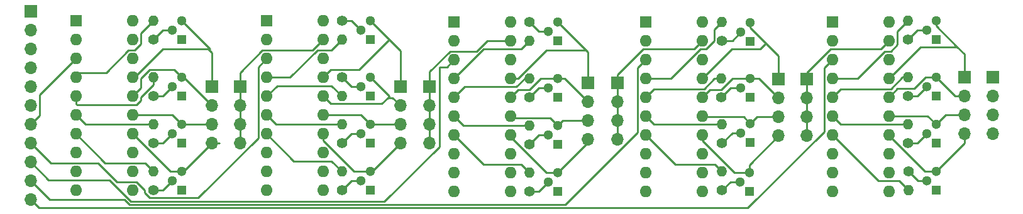
<source format=gbr>
%TF.GenerationSoftware,KiCad,Pcbnew,5.1.7-a382d34a8~87~ubuntu18.04.1*%
%TF.CreationDate,2020-11-02T19:01:26+01:00*%
%TF.ProjectId,controlled_generator_schematics,636f6e74-726f-46c6-9c65-645f67656e65,rev?*%
%TF.SameCoordinates,Original*%
%TF.FileFunction,Copper,L1,Top*%
%TF.FilePolarity,Positive*%
%FSLAX46Y46*%
G04 Gerber Fmt 4.6, Leading zero omitted, Abs format (unit mm)*
G04 Created by KiCad (PCBNEW 5.1.7-a382d34a8~87~ubuntu18.04.1) date 2020-11-02 19:01:26*
%MOMM*%
%LPD*%
G01*
G04 APERTURE LIST*
%TA.AperFunction,ComponentPad*%
%ADD10O,1.600000X1.600000*%
%TD*%
%TA.AperFunction,ComponentPad*%
%ADD11R,1.600000X1.600000*%
%TD*%
%TA.AperFunction,ComponentPad*%
%ADD12O,1.700000X1.700000*%
%TD*%
%TA.AperFunction,ComponentPad*%
%ADD13R,1.700000X1.700000*%
%TD*%
%TA.AperFunction,ComponentPad*%
%ADD14R,1.300000X1.300000*%
%TD*%
%TA.AperFunction,ComponentPad*%
%ADD15C,1.300000*%
%TD*%
%TA.AperFunction,ComponentPad*%
%ADD16O,1.400000X1.400000*%
%TD*%
%TA.AperFunction,ComponentPad*%
%ADD17C,1.400000*%
%TD*%
%TA.AperFunction,Conductor*%
%ADD18C,0.250000*%
%TD*%
G04 APERTURE END LIST*
D10*
%TO.P,U3,20*%
%TO.N,GND*%
X339768001Y-340442001D03*
%TO.P,U3,10*%
X332148001Y-363302001D03*
%TO.P,U3,19*%
X339768001Y-342982001D03*
%TO.P,U3,9*%
%TO.N,DISABLE*%
X332148001Y-360762001D03*
%TO.P,U3,18*%
%TO.N,Net-(U3-Pad18)*%
X339768001Y-345522001D03*
%TO.P,U3,8*%
%TO.N,Net-(U3-Pad8)*%
X332148001Y-358222001D03*
%TO.P,U3,17*%
%TO.N,HB31*%
X339768001Y-348062001D03*
%TO.P,U3,7*%
%TO.N,DRAIN34*%
X332148001Y-355682001D03*
%TO.P,U3,16*%
%TO.N,HB32*%
X339768001Y-350602001D03*
%TO.P,U3,6*%
%TO.N,DRAIN33*%
X332148001Y-353142001D03*
%TO.P,U3,15*%
%TO.N,HB33*%
X339768001Y-353142001D03*
%TO.P,U3,5*%
%TO.N,DRAIN32*%
X332148001Y-350602001D03*
%TO.P,U3,14*%
%TO.N,HB34*%
X339768001Y-355682001D03*
%TO.P,U3,4*%
%TO.N,DRAIN31*%
X332148001Y-348062001D03*
%TO.P,U3,13*%
%TO.N,CLOCK*%
X339768001Y-358222001D03*
%TO.P,U3,3*%
%TO.N,DATA3*%
X332148001Y-345522001D03*
%TO.P,U3,12*%
%TO.N,LATCH*%
X339768001Y-360762001D03*
%TO.P,U3,2*%
%TO.N,+5V*%
X332148001Y-342982001D03*
%TO.P,U3,11*%
%TO.N,GND*%
X339768001Y-363302001D03*
D11*
%TO.P,U3,1*%
X332148001Y-340442001D03*
%TD*%
D12*
%TO.P,J6,4*%
%TO.N,GND*%
X303319001Y-356825001D03*
%TO.P,J6,3*%
X303319001Y-354285001D03*
%TO.P,J6,2*%
X303319001Y-351745001D03*
D13*
%TO.P,J6,1*%
X303319001Y-349205001D03*
%TD*%
D14*
%TO.P,Q9,1*%
%TO.N,+24V*%
X320845001Y-342855001D03*
D15*
%TO.P,Q9,3*%
%TO.N,HB21*%
X320845001Y-340315001D03*
%TO.P,Q9,2*%
%TO.N,Net-(Q9-Pad2)*%
X319575001Y-341585001D03*
%TD*%
D12*
%TO.P,J10,4*%
%TO.N,GND*%
X404665001Y-355555001D03*
%TO.P,J10,3*%
X404665001Y-353015001D03*
%TO.P,J10,2*%
X404665001Y-350475001D03*
D13*
%TO.P,J10,1*%
X404665001Y-347935001D03*
%TD*%
D12*
%TO.P,J9,4*%
%TO.N,GND*%
X379646001Y-355809001D03*
%TO.P,J9,3*%
X379646001Y-353269001D03*
%TO.P,J9,2*%
X379646001Y-350729001D03*
D13*
%TO.P,J9,1*%
X379646001Y-348189001D03*
%TD*%
D12*
%TO.P,J8,4*%
%TO.N,GND*%
X354119001Y-356317001D03*
%TO.P,J8,3*%
X354119001Y-353777001D03*
%TO.P,J8,2*%
X354119001Y-351237001D03*
D13*
%TO.P,J8,1*%
X354119001Y-348697001D03*
%TD*%
D12*
%TO.P,J7,4*%
%TO.N,GND*%
X328846001Y-356825001D03*
%TO.P,J7,3*%
X328846001Y-354285001D03*
%TO.P,J7,2*%
X328846001Y-351745001D03*
D13*
%TO.P,J7,1*%
X328846001Y-349205001D03*
%TD*%
D10*
%TO.P,U1,20*%
%TO.N,GND*%
X288830002Y-340315001D03*
%TO.P,U1,10*%
X281210002Y-363175001D03*
%TO.P,U1,19*%
X288830002Y-342855001D03*
%TO.P,U1,9*%
%TO.N,DISABLE*%
X281210002Y-360635001D03*
%TO.P,U1,18*%
%TO.N,Net-(U1-Pad18)*%
X288830002Y-345395001D03*
%TO.P,U1,8*%
%TO.N,Net-(U1-Pad8)*%
X281210002Y-358095001D03*
%TO.P,U1,17*%
%TO.N,HB1*%
X288830002Y-347935001D03*
%TO.P,U1,7*%
%TO.N,DRAIN4*%
X281210002Y-355555001D03*
%TO.P,U1,16*%
%TO.N,HB2*%
X288830002Y-350475001D03*
%TO.P,U1,6*%
%TO.N,DRAIN3*%
X281210002Y-353015001D03*
%TO.P,U1,15*%
%TO.N,HB3*%
X288830002Y-353015001D03*
%TO.P,U1,5*%
%TO.N,DRAIN2*%
X281210002Y-350475001D03*
%TO.P,U1,14*%
%TO.N,HB4*%
X288830002Y-355555001D03*
%TO.P,U1,4*%
%TO.N,DRAIN1*%
X281210002Y-347935001D03*
%TO.P,U1,13*%
%TO.N,CLOCK*%
X288830002Y-358095001D03*
%TO.P,U1,3*%
%TO.N,DATA1*%
X281210002Y-345395001D03*
%TO.P,U1,12*%
%TO.N,LATCH*%
X288830002Y-360635001D03*
%TO.P,U1,2*%
%TO.N,+5V*%
X281210002Y-342855001D03*
%TO.P,U1,11*%
%TO.N,GND*%
X288830002Y-363175001D03*
D11*
%TO.P,U1,1*%
X281210002Y-340315001D03*
%TD*%
D12*
%TO.P,J5,4*%
%TO.N,HB54*%
X400855001Y-355555001D03*
%TO.P,J5,3*%
%TO.N,HB53*%
X400855001Y-353015001D03*
%TO.P,J5,2*%
%TO.N,HB52*%
X400855001Y-350475001D03*
D13*
%TO.P,J5,1*%
%TO.N,HB51*%
X400855001Y-347935001D03*
%TD*%
D10*
%TO.P,U5,20*%
%TO.N,GND*%
X390695001Y-340442001D03*
%TO.P,U5,10*%
X383075001Y-363302001D03*
%TO.P,U5,19*%
X390695001Y-342982001D03*
%TO.P,U5,9*%
%TO.N,DISABLE*%
X383075001Y-360762001D03*
%TO.P,U5,18*%
%TO.N,Net-(U5-Pad18)*%
X390695001Y-345522001D03*
%TO.P,U5,8*%
%TO.N,Net-(U5-Pad8)*%
X383075001Y-358222001D03*
%TO.P,U5,17*%
%TO.N,HB51*%
X390695001Y-348062001D03*
%TO.P,U5,7*%
%TO.N,DRAIN54*%
X383075001Y-355682001D03*
%TO.P,U5,16*%
%TO.N,HB52*%
X390695001Y-350602001D03*
%TO.P,U5,6*%
%TO.N,DRAIN53*%
X383075001Y-353142001D03*
%TO.P,U5,15*%
%TO.N,HB53*%
X390695001Y-353142001D03*
%TO.P,U5,5*%
%TO.N,DRAIN52*%
X383075001Y-350602001D03*
%TO.P,U5,14*%
%TO.N,HB54*%
X390695001Y-355682001D03*
%TO.P,U5,4*%
%TO.N,DRAIN51*%
X383075001Y-348062001D03*
%TO.P,U5,13*%
%TO.N,CLOCK*%
X390695001Y-358222001D03*
%TO.P,U5,3*%
%TO.N,DATA5*%
X383075001Y-345522001D03*
%TO.P,U5,12*%
%TO.N,LATCH*%
X390695001Y-360762001D03*
%TO.P,U5,2*%
%TO.N,+5V*%
X383075001Y-342982001D03*
%TO.P,U5,11*%
%TO.N,GND*%
X390695001Y-363302001D03*
D11*
%TO.P,U5,1*%
X383075001Y-340442001D03*
%TD*%
D10*
%TO.P,U2,20*%
%TO.N,GND*%
X314495001Y-340315001D03*
%TO.P,U2,10*%
X306875001Y-363175001D03*
%TO.P,U2,19*%
X314495001Y-342855001D03*
%TO.P,U2,9*%
%TO.N,DISABLE*%
X306875001Y-360635001D03*
%TO.P,U2,18*%
%TO.N,Net-(U2-Pad18)*%
X314495001Y-345395001D03*
%TO.P,U2,8*%
%TO.N,Net-(U2-Pad8)*%
X306875001Y-358095001D03*
%TO.P,U2,17*%
%TO.N,HB21*%
X314495001Y-347935001D03*
%TO.P,U2,7*%
%TO.N,DRAIN24*%
X306875001Y-355555001D03*
%TO.P,U2,16*%
%TO.N,HB22*%
X314495001Y-350475001D03*
%TO.P,U2,6*%
%TO.N,DRAIN23*%
X306875001Y-353015001D03*
%TO.P,U2,15*%
%TO.N,HB23*%
X314495001Y-353015001D03*
%TO.P,U2,5*%
%TO.N,DRAIN22*%
X306875001Y-350475001D03*
%TO.P,U2,14*%
%TO.N,HB24*%
X314495001Y-355555001D03*
%TO.P,U2,4*%
%TO.N,DRAIN21*%
X306875001Y-347935001D03*
%TO.P,U2,13*%
%TO.N,CLOCK*%
X314495001Y-358095001D03*
%TO.P,U2,3*%
%TO.N,DATA2*%
X306875001Y-345395001D03*
%TO.P,U2,12*%
%TO.N,LATCH*%
X314495001Y-360635001D03*
%TO.P,U2,2*%
%TO.N,+5V*%
X306875001Y-342855001D03*
%TO.P,U2,11*%
%TO.N,GND*%
X314495001Y-363175001D03*
D11*
%TO.P,U2,1*%
X306875001Y-340315001D03*
%TD*%
D10*
%TO.P,U4,20*%
%TO.N,GND*%
X365549001Y-340442001D03*
%TO.P,U4,10*%
X357929001Y-363302001D03*
%TO.P,U4,19*%
X365549001Y-342982001D03*
%TO.P,U4,9*%
%TO.N,DISABLE*%
X357929001Y-360762001D03*
%TO.P,U4,18*%
%TO.N,Net-(U4-Pad18)*%
X365549001Y-345522001D03*
%TO.P,U4,8*%
%TO.N,Net-(U4-Pad8)*%
X357929001Y-358222001D03*
%TO.P,U4,17*%
%TO.N,HB41*%
X365549001Y-348062001D03*
%TO.P,U4,7*%
%TO.N,DRAIN44*%
X357929001Y-355682001D03*
%TO.P,U4,16*%
%TO.N,HB42*%
X365549001Y-350602001D03*
%TO.P,U4,6*%
%TO.N,DRAIN43*%
X357929001Y-353142001D03*
%TO.P,U4,15*%
%TO.N,HB43*%
X365549001Y-353142001D03*
%TO.P,U4,5*%
%TO.N,DRAIN42*%
X357929001Y-350602001D03*
%TO.P,U4,14*%
%TO.N,HB44*%
X365549001Y-355682001D03*
%TO.P,U4,4*%
%TO.N,DRAIN41*%
X357929001Y-348062001D03*
%TO.P,U4,13*%
%TO.N,CLOCK*%
X365549001Y-358222001D03*
%TO.P,U4,3*%
%TO.N,DATA4*%
X357929001Y-345522001D03*
%TO.P,U4,12*%
%TO.N,LATCH*%
X365549001Y-360762001D03*
%TO.P,U4,2*%
%TO.N,+5V*%
X357929001Y-342982001D03*
%TO.P,U4,11*%
%TO.N,GND*%
X365549001Y-363302001D03*
D11*
%TO.P,U4,1*%
X357929001Y-340442001D03*
%TD*%
D16*
%TO.P,R20,2*%
%TO.N,DRAIN34*%
X342308001Y-360762001D03*
D17*
%TO.P,R20,1*%
%TO.N,Net-(Q20-Pad2)*%
X342308001Y-363302001D03*
%TD*%
D16*
%TO.P,R19,2*%
%TO.N,DRAIN33*%
X342308001Y-354412001D03*
D17*
%TO.P,R19,1*%
%TO.N,Net-(Q19-Pad2)*%
X342308001Y-356952001D03*
%TD*%
D16*
%TO.P,R18,2*%
%TO.N,DRAIN32*%
X342308001Y-348062001D03*
D17*
%TO.P,R18,1*%
%TO.N,Net-(Q18-Pad2)*%
X342308001Y-350602001D03*
%TD*%
D16*
%TO.P,R17,2*%
%TO.N,DRAIN31*%
X342308001Y-342982001D03*
D17*
%TO.P,R17,1*%
%TO.N,Net-(Q17-Pad2)*%
X342308001Y-340442001D03*
%TD*%
D16*
%TO.P,R16,2*%
%TO.N,DRAIN54*%
X393362001Y-363175001D03*
D17*
%TO.P,R16,1*%
%TO.N,Net-(Q16-Pad2)*%
X393362001Y-360635001D03*
%TD*%
D16*
%TO.P,R15,2*%
%TO.N,DRAIN53*%
X393235001Y-354285001D03*
D17*
%TO.P,R15,1*%
%TO.N,Net-(Q15-Pad2)*%
X393235001Y-356825001D03*
%TD*%
%TO.P,R14,1*%
%TO.N,Net-(Q14-Pad2)*%
X393235001Y-350475001D03*
D16*
%TO.P,R14,2*%
%TO.N,DRAIN52*%
X393235001Y-347935001D03*
%TD*%
%TO.P,R13,2*%
%TO.N,DRAIN51*%
X393235001Y-340315001D03*
D17*
%TO.P,R13,1*%
%TO.N,Net-(Q13-Pad2)*%
X393235001Y-342855001D03*
%TD*%
D16*
%TO.P,R12,2*%
%TO.N,DRAIN24*%
X317035001Y-360635001D03*
D17*
%TO.P,R12,1*%
%TO.N,Net-(Q12-Pad2)*%
X317035001Y-363175001D03*
%TD*%
D16*
%TO.P,R11,2*%
%TO.N,DRAIN23*%
X317035001Y-354285001D03*
D17*
%TO.P,R11,1*%
%TO.N,Net-(Q11-Pad2)*%
X317035001Y-356825001D03*
%TD*%
D16*
%TO.P,R10,2*%
%TO.N,DRAIN22*%
X317035001Y-350475001D03*
D17*
%TO.P,R10,1*%
%TO.N,Net-(Q10-Pad2)*%
X317035001Y-347935001D03*
%TD*%
D16*
%TO.P,R9,2*%
%TO.N,DRAIN21*%
X317035001Y-342855001D03*
D17*
%TO.P,R9,1*%
%TO.N,Net-(Q9-Pad2)*%
X317035001Y-340315001D03*
%TD*%
D16*
%TO.P,R8,2*%
%TO.N,DRAIN44*%
X368216001Y-360635001D03*
D17*
%TO.P,R8,1*%
%TO.N,Net-(Q8-Pad2)*%
X368216001Y-363175001D03*
%TD*%
D16*
%TO.P,R7,2*%
%TO.N,DRAIN43*%
X368216001Y-354285001D03*
D17*
%TO.P,R7,1*%
%TO.N,Net-(Q7-Pad2)*%
X368216001Y-356825001D03*
%TD*%
D16*
%TO.P,R6,2*%
%TO.N,DRAIN42*%
X368089001Y-348062001D03*
D17*
%TO.P,R6,1*%
%TO.N,Net-(Q6-Pad2)*%
X368089001Y-350602001D03*
%TD*%
D16*
%TO.P,R5,2*%
%TO.N,DRAIN41*%
X368216001Y-340442001D03*
D17*
%TO.P,R5,1*%
%TO.N,Net-(Q5-Pad2)*%
X368216001Y-342982001D03*
%TD*%
D14*
%TO.P,Q20,1*%
%TO.N,+24V*%
X346118001Y-363302001D03*
D15*
%TO.P,Q20,3*%
%TO.N,HB34*%
X346118001Y-360762001D03*
%TO.P,Q20,2*%
%TO.N,Net-(Q20-Pad2)*%
X344848001Y-362032001D03*
%TD*%
D14*
%TO.P,Q19,1*%
%TO.N,+24V*%
X346118001Y-356952001D03*
D15*
%TO.P,Q19,3*%
%TO.N,HB33*%
X346118001Y-354412001D03*
%TO.P,Q19,2*%
%TO.N,Net-(Q19-Pad2)*%
X344848001Y-355682001D03*
%TD*%
D14*
%TO.P,Q18,1*%
%TO.N,+24V*%
X346118001Y-350602001D03*
D15*
%TO.P,Q18,3*%
%TO.N,HB32*%
X346118001Y-348062001D03*
%TO.P,Q18,2*%
%TO.N,Net-(Q18-Pad2)*%
X344848001Y-349332001D03*
%TD*%
D14*
%TO.P,Q17,1*%
%TO.N,+24V*%
X346118001Y-342982001D03*
D15*
%TO.P,Q17,3*%
%TO.N,HB31*%
X346118001Y-340442001D03*
%TO.P,Q17,2*%
%TO.N,Net-(Q17-Pad2)*%
X344848001Y-341712001D03*
%TD*%
D14*
%TO.P,Q16,1*%
%TO.N,+24V*%
X397045001Y-363175001D03*
D15*
%TO.P,Q16,3*%
%TO.N,HB54*%
X397045001Y-360635001D03*
%TO.P,Q16,2*%
%TO.N,Net-(Q16-Pad2)*%
X395775001Y-361905001D03*
%TD*%
D14*
%TO.P,Q15,1*%
%TO.N,+24V*%
X397045001Y-356825001D03*
D15*
%TO.P,Q15,3*%
%TO.N,HB53*%
X397045001Y-354285001D03*
%TO.P,Q15,2*%
%TO.N,Net-(Q15-Pad2)*%
X395775001Y-355555001D03*
%TD*%
D14*
%TO.P,Q14,1*%
%TO.N,+24V*%
X397045001Y-350475001D03*
D15*
%TO.P,Q14,3*%
%TO.N,HB52*%
X397045001Y-347935001D03*
%TO.P,Q14,2*%
%TO.N,Net-(Q14-Pad2)*%
X395775001Y-349205001D03*
%TD*%
D14*
%TO.P,Q13,1*%
%TO.N,+24V*%
X397045001Y-342855001D03*
D15*
%TO.P,Q13,3*%
%TO.N,HB51*%
X397045001Y-340315001D03*
%TO.P,Q13,2*%
%TO.N,Net-(Q13-Pad2)*%
X395775001Y-341585001D03*
%TD*%
D14*
%TO.P,Q12,1*%
%TO.N,+24V*%
X320845001Y-363175001D03*
D15*
%TO.P,Q12,3*%
%TO.N,HB24*%
X320845001Y-360635001D03*
%TO.P,Q12,2*%
%TO.N,Net-(Q12-Pad2)*%
X319575001Y-361905001D03*
%TD*%
D14*
%TO.P,Q11,1*%
%TO.N,+24V*%
X320845001Y-356825001D03*
D15*
%TO.P,Q11,3*%
%TO.N,HB23*%
X320845001Y-354285001D03*
%TO.P,Q11,2*%
%TO.N,Net-(Q11-Pad2)*%
X319575001Y-355555001D03*
%TD*%
D14*
%TO.P,Q10,1*%
%TO.N,+24V*%
X320845001Y-350475001D03*
D15*
%TO.P,Q10,3*%
%TO.N,HB22*%
X320845001Y-347935001D03*
%TO.P,Q10,2*%
%TO.N,Net-(Q10-Pad2)*%
X319575001Y-349205001D03*
%TD*%
D14*
%TO.P,Q8,1*%
%TO.N,+24V*%
X371899001Y-363302001D03*
D15*
%TO.P,Q8,3*%
%TO.N,HB44*%
X371899001Y-360762001D03*
%TO.P,Q8,2*%
%TO.N,Net-(Q8-Pad2)*%
X370629001Y-362032001D03*
%TD*%
D14*
%TO.P,Q7,1*%
%TO.N,+24V*%
X372026001Y-356698001D03*
D15*
%TO.P,Q7,3*%
%TO.N,HB43*%
X372026001Y-354158001D03*
%TO.P,Q7,2*%
%TO.N,Net-(Q7-Pad2)*%
X370756001Y-355428001D03*
%TD*%
D14*
%TO.P,Q6,1*%
%TO.N,+24V*%
X372026001Y-350602001D03*
D15*
%TO.P,Q6,3*%
%TO.N,HB42*%
X372026001Y-348062001D03*
%TO.P,Q6,2*%
%TO.N,Net-(Q6-Pad2)*%
X370756001Y-349332001D03*
%TD*%
D14*
%TO.P,Q5,1*%
%TO.N,+24V*%
X372026001Y-343109001D03*
D15*
%TO.P,Q5,3*%
%TO.N,HB41*%
X372026001Y-340569001D03*
%TO.P,Q5,2*%
%TO.N,Net-(Q5-Pad2)*%
X370756001Y-341839001D03*
%TD*%
D12*
%TO.P,J3,4*%
%TO.N,HB34*%
X350182001Y-356317001D03*
%TO.P,J3,3*%
%TO.N,HB33*%
X350182001Y-353777001D03*
%TO.P,J3,2*%
%TO.N,HB32*%
X350182001Y-351237001D03*
D13*
%TO.P,J3,1*%
%TO.N,HB31*%
X350182001Y-348697001D03*
%TD*%
D12*
%TO.P,J2,4*%
%TO.N,HB24*%
X324909001Y-356825001D03*
%TO.P,J2,3*%
%TO.N,HB23*%
X324909001Y-354285001D03*
%TO.P,J2,2*%
%TO.N,HB22*%
X324909001Y-351745001D03*
D13*
%TO.P,J2,1*%
%TO.N,HB21*%
X324909001Y-349205001D03*
%TD*%
D12*
%TO.P,J4,4*%
%TO.N,HB44*%
X375836001Y-355809001D03*
%TO.P,J4,3*%
%TO.N,HB43*%
X375836001Y-353269001D03*
%TO.P,J4,2*%
%TO.N,HB42*%
X375836001Y-350729001D03*
D13*
%TO.P,J4,1*%
%TO.N,HB41*%
X375836001Y-348189001D03*
%TD*%
D16*
%TO.P,R4,2*%
%TO.N,DRAIN4*%
X291635001Y-360635001D03*
D17*
%TO.P,R4,1*%
%TO.N,Net-(Q4-Pad2)*%
X291635001Y-363175001D03*
%TD*%
D16*
%TO.P,R3,2*%
%TO.N,DRAIN3*%
X291635001Y-354285001D03*
D17*
%TO.P,R3,1*%
%TO.N,Net-(Q3-Pad2)*%
X291635001Y-356825001D03*
%TD*%
D16*
%TO.P,R2,2*%
%TO.N,DRAIN2*%
X291635001Y-347935001D03*
D17*
%TO.P,R2,1*%
%TO.N,Net-(Q2-Pad2)*%
X291635001Y-350475001D03*
%TD*%
D16*
%TO.P,R1,2*%
%TO.N,DRAIN1*%
X291635001Y-340315001D03*
D17*
%TO.P,R1,1*%
%TO.N,Net-(Q1-Pad2)*%
X291635001Y-342855001D03*
%TD*%
D14*
%TO.P,Q4,1*%
%TO.N,+24V*%
X295445001Y-363175001D03*
D15*
%TO.P,Q4,3*%
%TO.N,HB4*%
X295445001Y-360635001D03*
%TO.P,Q4,2*%
%TO.N,Net-(Q4-Pad2)*%
X294175001Y-361905001D03*
%TD*%
D14*
%TO.P,Q3,1*%
%TO.N,+24V*%
X295445001Y-356825001D03*
D15*
%TO.P,Q3,3*%
%TO.N,HB3*%
X295445001Y-354285001D03*
%TO.P,Q3,2*%
%TO.N,Net-(Q3-Pad2)*%
X294175001Y-355555001D03*
%TD*%
D14*
%TO.P,Q2,1*%
%TO.N,+24V*%
X295445001Y-350475001D03*
D15*
%TO.P,Q2,3*%
%TO.N,HB2*%
X295445001Y-347935001D03*
%TO.P,Q2,2*%
%TO.N,Net-(Q2-Pad2)*%
X294175001Y-349205001D03*
%TD*%
D14*
%TO.P,Q1,1*%
%TO.N,+24V*%
X295445001Y-342855001D03*
D15*
%TO.P,Q1,3*%
%TO.N,HB1*%
X295445001Y-340315001D03*
%TO.P,Q1,2*%
%TO.N,Net-(Q1-Pad2)*%
X294175001Y-341585001D03*
%TD*%
D12*
%TO.P,J1,4*%
%TO.N,HB4*%
X299509001Y-356825001D03*
%TO.P,J1,3*%
%TO.N,HB3*%
X299509001Y-354285001D03*
%TO.P,J1,2*%
%TO.N,HB2*%
X299509001Y-351745001D03*
D13*
%TO.P,J1,1*%
%TO.N,HB1*%
X299509001Y-349205001D03*
%TD*%
D12*
%TO.P,J0,11*%
%TO.N,DATA5*%
X275125001Y-364445001D03*
%TO.P,J0,10*%
%TO.N,DATA4*%
X275125001Y-361905001D03*
%TO.P,J0,9*%
%TO.N,DATA3*%
X275125001Y-359365001D03*
%TO.P,J0,8*%
%TO.N,DATA2*%
X275125001Y-356825001D03*
%TO.P,J0,7*%
%TO.N,DATA1*%
X275125001Y-354285001D03*
%TO.P,J0,6*%
%TO.N,DISABLE*%
X275125001Y-351745001D03*
%TO.P,J0,5*%
%TO.N,LATCH*%
X275125001Y-349205001D03*
%TO.P,J0,4*%
%TO.N,CLOCK*%
X275125001Y-346665001D03*
%TO.P,J0,3*%
%TO.N,+24V*%
X275125001Y-344125001D03*
%TO.P,J0,2*%
%TO.N,GND*%
X275125001Y-341585001D03*
D13*
%TO.P,J0,1*%
%TO.N,+5V*%
X275125001Y-339045001D03*
%TD*%
D18*
%TO.N,GND*%
X379646001Y-355809001D02*
X379646001Y-347285999D01*
X379646001Y-347285999D02*
X382824998Y-344107002D01*
X382824998Y-344107002D02*
X389570000Y-344107002D01*
X389570000Y-344107002D02*
X390695001Y-342982001D01*
X306335000Y-344270000D02*
X313080002Y-344270000D01*
X303319001Y-347285999D02*
X306335000Y-344270000D01*
X303319001Y-349205001D02*
X303319001Y-347285999D01*
X303319001Y-356825001D02*
X303319001Y-349205001D01*
X313080002Y-344270000D02*
X314495001Y-342855001D01*
X328846001Y-347158999D02*
X331608000Y-344397000D01*
X328846001Y-349205001D02*
X328846001Y-347158999D01*
X328846001Y-349205001D02*
X328846001Y-356825001D01*
X331608000Y-344397000D02*
X335176592Y-344397000D01*
X335176592Y-344397000D02*
X336591591Y-342982001D01*
X336591591Y-342982001D02*
X339768001Y-342982001D01*
X357609000Y-344107002D02*
X364424000Y-344107002D01*
X354119001Y-347597001D02*
X357609000Y-344107002D01*
X354119001Y-348697001D02*
X354119001Y-347597001D01*
X354119001Y-356317001D02*
X354119001Y-348697001D01*
X364424000Y-344107002D02*
X365549001Y-342982001D01*
X354119001Y-356190001D02*
X353992001Y-356190001D01*
X354119001Y-356190001D02*
X354119001Y-353650001D01*
%TO.N,DATA5*%
X275125001Y-364445001D02*
X276230027Y-365550027D01*
X276230027Y-365550027D02*
X371643977Y-365550027D01*
X371643977Y-365550027D02*
X381950000Y-355244004D01*
X381950000Y-355244004D02*
X381950000Y-346647002D01*
X381950000Y-346647002D02*
X383075001Y-345522001D01*
%TO.N,DATA4*%
X344975001Y-365080001D02*
X347095003Y-365080001D01*
X356804000Y-355371004D02*
X356804000Y-346647002D01*
X356804000Y-346647002D02*
X357929001Y-345522001D01*
X347095003Y-365080001D02*
X356804000Y-355371004D01*
X344954980Y-365100022D02*
X344975001Y-365080001D01*
X277665001Y-364445001D02*
X287798590Y-364445001D01*
X287798590Y-364445001D02*
X288453610Y-365100022D01*
X288453610Y-365100022D02*
X344954980Y-365100022D01*
X275125001Y-361905001D02*
X277665001Y-364445001D01*
%TO.N,DATA2*%
X305750000Y-352743002D02*
X305750000Y-346520002D01*
X291137413Y-364200002D02*
X296089002Y-364200002D01*
X305750000Y-354755004D02*
X305750000Y-352743002D01*
X296089002Y-364200002D02*
X296305002Y-364200002D01*
X296089002Y-364200002D02*
X297683002Y-364200002D01*
X305750000Y-356133004D02*
X305750000Y-352743002D01*
X297683002Y-364200002D02*
X305750000Y-356133004D01*
X286701411Y-362050000D02*
X289370003Y-362050000D01*
X284161411Y-359510000D02*
X286701411Y-362050000D01*
X305750000Y-346520002D02*
X306875001Y-345395001D01*
X290424401Y-363486990D02*
X291137413Y-364200002D01*
X277810000Y-359510000D02*
X284161411Y-359510000D01*
X289370003Y-362050000D02*
X290424401Y-363104398D01*
X275125001Y-356825001D02*
X277810000Y-359510000D01*
X290424401Y-363104398D02*
X290424401Y-363486990D01*
%TO.N,DATA1*%
X275125001Y-354285001D02*
X276300002Y-353110000D01*
X276300002Y-353110000D02*
X276300002Y-350305001D01*
X276300002Y-350305001D02*
X281210002Y-345395001D01*
%TO.N,DATA3*%
X332148001Y-345522001D02*
X331150000Y-346520002D01*
X331150000Y-346520002D02*
X330134000Y-346520002D01*
X332148001Y-345522001D02*
X331386001Y-345522001D01*
X322759993Y-364650011D02*
X330134000Y-357276004D01*
X275125001Y-359365001D02*
X277520002Y-361760002D01*
X285750001Y-361760002D02*
X288640010Y-364650011D01*
X277520002Y-361760002D02*
X285750001Y-361760002D01*
X330134000Y-357276004D02*
X330134000Y-351128000D01*
X288640010Y-364650011D02*
X322759993Y-364650011D01*
X330134000Y-351128000D02*
X330134000Y-346520002D01*
X330134000Y-352215004D02*
X330134000Y-351128000D01*
%TO.N,HB4*%
X299509001Y-356825001D02*
X295699001Y-360635001D01*
X295699001Y-360635001D02*
X295445001Y-360635001D01*
X295445001Y-360635001D02*
X293927999Y-360635001D01*
X293927999Y-360635001D02*
X288847999Y-355555001D01*
X288847999Y-355555001D02*
X288830002Y-355555001D01*
X300525001Y-356825001D02*
X299255001Y-356825001D01*
%TO.N,HB3*%
X299509001Y-354285001D02*
X295445001Y-354285001D01*
X295445001Y-354285001D02*
X294175001Y-353015001D01*
X294175001Y-353015001D02*
X288830002Y-353015001D01*
%TO.N,HB2*%
X299509001Y-351745001D02*
X295699001Y-347935001D01*
X295699001Y-347935001D02*
X295445001Y-347935001D01*
X295445001Y-347935001D02*
X294420000Y-346910000D01*
X294420000Y-346910000D02*
X291143000Y-346910000D01*
X291143000Y-346910000D02*
X289955003Y-348097997D01*
X289955003Y-348097997D02*
X289955003Y-349350000D01*
X289955003Y-349350000D02*
X288830002Y-350475001D01*
%TO.N,HB1*%
X299001001Y-344125001D02*
X292905001Y-344125001D01*
X299255001Y-344125001D02*
X299001001Y-344125001D01*
X299509001Y-349205001D02*
X299509001Y-344633001D01*
X299509001Y-344633001D02*
X299001001Y-344125001D01*
X292905001Y-344125001D02*
X289095001Y-347935001D01*
X289095001Y-347935001D02*
X288830002Y-347935001D01*
X295445001Y-340315001D02*
X299255001Y-344125001D01*
%TO.N,DRAIN1*%
X285285001Y-347275000D02*
X281870003Y-347275000D01*
X281870003Y-347275000D02*
X281210002Y-347935001D01*
X289955003Y-341994999D02*
X289955003Y-343395002D01*
X291635001Y-340315001D02*
X289955003Y-341994999D01*
X289955003Y-343395002D02*
X289080005Y-344270000D01*
X289080005Y-344270000D02*
X288290001Y-344270000D01*
X288290001Y-344270000D02*
X285285001Y-347275000D01*
%TO.N,DRAIN2*%
X281330002Y-351600002D02*
X281210002Y-351480002D01*
X281210002Y-351480002D02*
X281210002Y-350475001D01*
X291635001Y-348924950D02*
X289955003Y-350604948D01*
X291635001Y-347935001D02*
X291635001Y-348924950D01*
X289955003Y-351015002D02*
X289370003Y-351600002D01*
X289955003Y-350604948D02*
X289955003Y-351015002D01*
X289370003Y-351600002D02*
X281330002Y-351600002D01*
%TO.N,DRAIN3*%
X291635001Y-354285001D02*
X282480002Y-354285001D01*
X282480002Y-354285001D02*
X281210002Y-353015001D01*
%TO.N,DRAIN4*%
X291635001Y-360635001D02*
X290510000Y-359510000D01*
X285165001Y-359510000D02*
X281210002Y-355555001D01*
X290510000Y-359510000D02*
X285165001Y-359510000D01*
%TO.N,Net-(Q4-Pad2)*%
X291635001Y-363175001D02*
X292905001Y-363175001D01*
X292905001Y-363175001D02*
X294175001Y-361905001D01*
%TO.N,Net-(Q1-Pad2)*%
X294175001Y-341585001D02*
X292905001Y-341585001D01*
X292905001Y-341585001D02*
X291635001Y-342855001D01*
%TO.N,Net-(Q2-Pad2)*%
X292905001Y-350475001D02*
X294175001Y-349205001D01*
X291635001Y-350475001D02*
X292905001Y-350475001D01*
%TO.N,Net-(Q3-Pad2)*%
X291635001Y-356825001D02*
X292905001Y-356825001D01*
X292905001Y-356825001D02*
X294175001Y-355555001D01*
%TO.N,HB44*%
X371899001Y-360762001D02*
X369860003Y-360762001D01*
X369860003Y-360762001D02*
X365549001Y-356450999D01*
X365549001Y-356450999D02*
X365549001Y-355682001D01*
X375836001Y-355809001D02*
X371899001Y-359746001D01*
X371899001Y-359746001D02*
X371899001Y-360762001D01*
%TO.N,HB43*%
X372026001Y-354158001D02*
X371128000Y-353260000D01*
X371128000Y-353260000D02*
X365667000Y-353260000D01*
X365667000Y-353260000D02*
X365549001Y-353142001D01*
X375836001Y-353269001D02*
X372915001Y-353269001D01*
X372915001Y-353269001D02*
X372026001Y-354158001D01*
%TO.N,HB42*%
X372026001Y-348062001D02*
X373169001Y-348062001D01*
X373169001Y-348062001D02*
X375836001Y-350729001D01*
X372026001Y-348062001D02*
X369606003Y-348062001D01*
X372216501Y-348252501D02*
X372026001Y-348062001D01*
X369606003Y-348062001D02*
X368091004Y-349577000D01*
X368091004Y-349577000D02*
X366574002Y-349577000D01*
X366574002Y-349577000D02*
X365549001Y-350602001D01*
%TO.N,HB41*%
X374120664Y-343300338D02*
X372026001Y-341223999D01*
X374312001Y-343490001D02*
X374120664Y-343300338D01*
X373337000Y-344084002D02*
X369527000Y-344084002D01*
X374120664Y-343300338D02*
X373337000Y-344084002D01*
X369527000Y-344084002D02*
X365549001Y-348062001D01*
X375836001Y-345033999D02*
X374302002Y-343500000D01*
X374302002Y-343500000D02*
X374312001Y-343490001D01*
X375836001Y-348189001D02*
X375836001Y-345033999D01*
X372026001Y-341223999D02*
X372026001Y-340569001D01*
%TO.N,HB24*%
X324909001Y-356825001D02*
X321099001Y-360635001D01*
X321099001Y-360635001D02*
X320845001Y-360635001D01*
X320845001Y-360635001D02*
X318700003Y-360635001D01*
X318700003Y-360635001D02*
X314495001Y-356429999D01*
X314495001Y-356429999D02*
X314495001Y-355555001D01*
%TO.N,HB23*%
X324909001Y-354285001D02*
X320845001Y-354285001D01*
X314495001Y-353015001D02*
X319575001Y-353015001D01*
X319575001Y-353015001D02*
X320845001Y-354285001D01*
%TO.N,HB22*%
X323194501Y-350665501D02*
X322360000Y-351500002D01*
X323385001Y-350475001D02*
X323194501Y-350665501D01*
X324909001Y-351745001D02*
X323829501Y-350665501D01*
X323829501Y-350665501D02*
X323194501Y-350665501D01*
X315520002Y-351500002D02*
X314495001Y-350475001D01*
X322360000Y-351500002D02*
X315520002Y-351500002D01*
X323385001Y-350475001D02*
X320845001Y-347935001D01*
%TO.N,HB21*%
X324909001Y-349205001D02*
X324909001Y-344379001D01*
X324909001Y-344379001D02*
X320845001Y-340315001D01*
X323131001Y-342601001D02*
X323385001Y-342855001D01*
X320845001Y-340315001D02*
X323131001Y-342601001D01*
X323385001Y-342855001D02*
X319330002Y-346910000D01*
X319330002Y-346910000D02*
X315520002Y-346910000D01*
X315520002Y-346910000D02*
X314495001Y-347935001D01*
%TO.N,HB34*%
X346118001Y-360762001D02*
X344600999Y-360762001D01*
X344600999Y-360762001D02*
X339768001Y-355929003D01*
X339768001Y-355929003D02*
X339768001Y-355682001D01*
X346118001Y-360762001D02*
X350182001Y-356698001D01*
X350182001Y-356698001D02*
X350182001Y-356317001D01*
%TO.N,HB33*%
X346118001Y-354412001D02*
X345093000Y-353387000D01*
X345093000Y-353387000D02*
X340013000Y-353387000D01*
X340013000Y-353387000D02*
X339768001Y-353142001D01*
X350182001Y-353777001D02*
X346753001Y-353777001D01*
X346753001Y-353777001D02*
X346118001Y-354412001D01*
%TO.N,HB32*%
X346118001Y-348062001D02*
X343825003Y-348062001D01*
X343825003Y-348062001D02*
X342310004Y-349577000D01*
X342310004Y-349577000D02*
X340793002Y-349577000D01*
X340793002Y-349577000D02*
X339768001Y-350602001D01*
X350182001Y-351237001D02*
X347007001Y-348062001D01*
X347007001Y-348062001D02*
X346118001Y-348062001D01*
%TO.N,HB31*%
X349928001Y-344252001D02*
X350182001Y-344506001D01*
X344600999Y-344252001D02*
X340790999Y-348062001D01*
X340790999Y-348062001D02*
X339768001Y-348062001D01*
X346118001Y-340442001D02*
X349928001Y-344252001D01*
X349928001Y-344252001D02*
X344600999Y-344252001D01*
X350182001Y-344506001D02*
X350182001Y-348697001D01*
%TO.N,Net-(Q5-Pad2)*%
X368216001Y-342982001D02*
X369613001Y-342982001D01*
X369613001Y-342982001D02*
X370756001Y-341839001D01*
%TO.N,Net-(Q6-Pad2)*%
X370756001Y-349332001D02*
X369359001Y-349332001D01*
X369359001Y-349332001D02*
X368089001Y-350602001D01*
%TO.N,Net-(Q7-Pad2)*%
X370756001Y-355428001D02*
X369613001Y-355428001D01*
X369613001Y-355428001D02*
X368216001Y-356825001D01*
%TO.N,Net-(Q8-Pad2)*%
X370629001Y-362032001D02*
X369359001Y-362032001D01*
X369359001Y-362032001D02*
X368216001Y-363175001D01*
%TO.N,Net-(Q9-Pad2)*%
X317035001Y-340315001D02*
X318305001Y-340315001D01*
X318305001Y-340315001D02*
X319575001Y-341585001D01*
%TO.N,Net-(Q10-Pad2)*%
X319575001Y-349205001D02*
X318305001Y-349205001D01*
X318305001Y-349205001D02*
X317035001Y-347935001D01*
%TO.N,Net-(Q11-Pad2)*%
X317035001Y-356825001D02*
X318305001Y-355555001D01*
X318305001Y-355555001D02*
X319575001Y-355555001D01*
%TO.N,Net-(Q12-Pad2)*%
X319575001Y-361905001D02*
X318305001Y-361905001D01*
X318305001Y-361905001D02*
X317035001Y-363175001D01*
%TO.N,HB51*%
X399892502Y-343817500D02*
X397045001Y-340969999D01*
X399880000Y-343830002D02*
X394927000Y-343830002D01*
X400855001Y-344779999D02*
X399892502Y-343817500D01*
X399892502Y-343817500D02*
X399880000Y-343830002D01*
X394927000Y-343830002D02*
X390695001Y-348062001D01*
X400855001Y-347935001D02*
X400855001Y-344779999D01*
X397045001Y-340969999D02*
X397045001Y-340315001D01*
%TO.N,Net-(Q13-Pad2)*%
X395775001Y-341585001D02*
X394505001Y-341585001D01*
X394505001Y-341585001D02*
X393235001Y-342855001D01*
%TO.N,HB52*%
X397045001Y-347935001D02*
X395601999Y-347935001D01*
X394087000Y-349450000D02*
X391847002Y-349450000D01*
X395601999Y-347935001D02*
X394087000Y-349450000D01*
X391847002Y-349450000D02*
X390695001Y-350602001D01*
X400855001Y-350475001D02*
X399585001Y-350475001D01*
X399585001Y-350475001D02*
X397045001Y-347935001D01*
%TO.N,Net-(Q14-Pad2)*%
X393235001Y-350475001D02*
X394505001Y-350475001D01*
X394505001Y-350475001D02*
X395775001Y-349205001D01*
%TO.N,HB53*%
X397045001Y-354285001D02*
X395902001Y-353142001D01*
X395902001Y-353142001D02*
X390695001Y-353142001D01*
X400855001Y-353015001D02*
X398315001Y-353015001D01*
X398315001Y-353015001D02*
X397045001Y-354285001D01*
%TO.N,Net-(Q15-Pad2)*%
X393235001Y-356825001D02*
X394505001Y-356825001D01*
X394505001Y-356825001D02*
X395775001Y-355555001D01*
%TO.N,HB54*%
X397045001Y-360635001D02*
X395527999Y-360635001D01*
X395527999Y-360635001D02*
X390695001Y-355802003D01*
X390695001Y-355802003D02*
X390695001Y-355682001D01*
X400855001Y-355555001D02*
X400855001Y-356825001D01*
X400855001Y-356825001D02*
X397045001Y-360635001D01*
%TO.N,Net-(Q16-Pad2)*%
X393362001Y-360635001D02*
X394632001Y-361905001D01*
X394632001Y-361905001D02*
X395775001Y-361905001D01*
%TO.N,Net-(Q17-Pad2)*%
X344848001Y-341712001D02*
X343578001Y-341712001D01*
X343578001Y-341712001D02*
X342308001Y-340442001D01*
%TO.N,Net-(Q18-Pad2)*%
X344848001Y-349332001D02*
X343578001Y-349332001D01*
X343578001Y-349332001D02*
X342308001Y-350602001D01*
%TO.N,Net-(Q19-Pad2)*%
X344848001Y-355682001D02*
X343578001Y-355682001D01*
X343578001Y-355682001D02*
X342308001Y-356952001D01*
%TO.N,Net-(Q20-Pad2)*%
X342308001Y-363302001D02*
X343578001Y-363302001D01*
X343578001Y-363302001D02*
X344848001Y-362032001D01*
%TO.N,DRAIN41*%
X361343999Y-348062001D02*
X365298998Y-344107002D01*
X367191000Y-341467002D02*
X368216001Y-340442001D01*
X366089002Y-344107002D02*
X367191000Y-343005004D01*
X357929001Y-348062001D02*
X361343999Y-348062001D01*
X367191000Y-343005004D02*
X367191000Y-341467002D01*
X365298998Y-344107002D02*
X366089002Y-344107002D01*
%TO.N,DRAIN42*%
X368089001Y-348062001D02*
X367214003Y-348062001D01*
X365799004Y-349477000D02*
X359054002Y-349477000D01*
X367214003Y-348062001D02*
X365799004Y-349477000D01*
X359054002Y-349477000D02*
X357929001Y-350602001D01*
%TO.N,DRAIN43*%
X368216001Y-354285001D02*
X359072001Y-354285001D01*
X359072001Y-354285001D02*
X357929001Y-353142001D01*
%TO.N,DRAIN44*%
X368216001Y-360635001D02*
X367218000Y-359637000D01*
X367218000Y-359637000D02*
X361884000Y-359637000D01*
X361884000Y-359637000D02*
X357929001Y-355682001D01*
%TO.N,DRAIN21*%
X315620002Y-344270000D02*
X313716412Y-344270000D01*
X317035001Y-342855001D02*
X315620002Y-344270000D01*
X308006371Y-347935001D02*
X306875001Y-347935001D01*
X313716412Y-344270000D02*
X310051411Y-347935001D01*
X310051411Y-347935001D02*
X308006371Y-347935001D01*
%TO.N,DRAIN22*%
X317035001Y-350475001D02*
X315620002Y-349060002D01*
X315620002Y-349060002D02*
X308290000Y-349060002D01*
X308290000Y-349060002D02*
X306875001Y-350475001D01*
%TO.N,DRAIN23*%
X317035001Y-354285001D02*
X308145001Y-354285001D01*
X308145001Y-354285001D02*
X306875001Y-353015001D01*
%TO.N,DRAIN24*%
X317035001Y-360635001D02*
X315620002Y-359220002D01*
X315620002Y-359220002D02*
X310540002Y-359220002D01*
X310540002Y-359220002D02*
X306875001Y-355555001D01*
%TO.N,DRAIN51*%
X393235001Y-340315001D02*
X391820002Y-341730000D01*
X391820002Y-343522002D02*
X390945004Y-344397000D01*
X391820002Y-341730000D02*
X391820002Y-343522002D01*
X390945004Y-344397000D02*
X390155000Y-344397000D01*
X390155000Y-344397000D02*
X386489999Y-348062001D01*
X386489999Y-348062001D02*
X383075001Y-348062001D01*
%TO.N,DRAIN52*%
X393235001Y-347935001D02*
X392487003Y-347935001D01*
X390945004Y-349477000D02*
X384200002Y-349477000D01*
X392487003Y-347935001D02*
X390945004Y-349477000D01*
X384200002Y-349477000D02*
X383075001Y-350602001D01*
%TO.N,DRAIN53*%
X393235001Y-354285001D02*
X384218001Y-354285001D01*
X384218001Y-354285001D02*
X383075001Y-353142001D01*
%TO.N,DRAIN54*%
X383075001Y-355682001D02*
X389280002Y-361887002D01*
X389280002Y-361887002D02*
X392074002Y-361887002D01*
X392074002Y-361887002D02*
X393362001Y-363175001D01*
%TO.N,DRAIN31*%
X342308001Y-342982001D02*
X341183000Y-344107002D01*
X341183000Y-344107002D02*
X336103000Y-344107002D01*
X336103000Y-344107002D02*
X332148001Y-348062001D01*
%TO.N,DRAIN32*%
X333563000Y-349187002D02*
X332148001Y-350602001D01*
X342308001Y-348062001D02*
X341671590Y-348062001D01*
X340546589Y-349187002D02*
X333563000Y-349187002D01*
X341671590Y-348062001D02*
X340546589Y-349187002D01*
%TO.N,DRAIN33*%
X342308001Y-354412001D02*
X333418001Y-354412001D01*
X333418001Y-354412001D02*
X332148001Y-353142001D01*
%TO.N,DRAIN34*%
X342308001Y-360762001D02*
X341183000Y-359637000D01*
X341183000Y-359637000D02*
X336103000Y-359637000D01*
X336103000Y-359637000D02*
X332148001Y-355682001D01*
%TD*%
M02*

</source>
